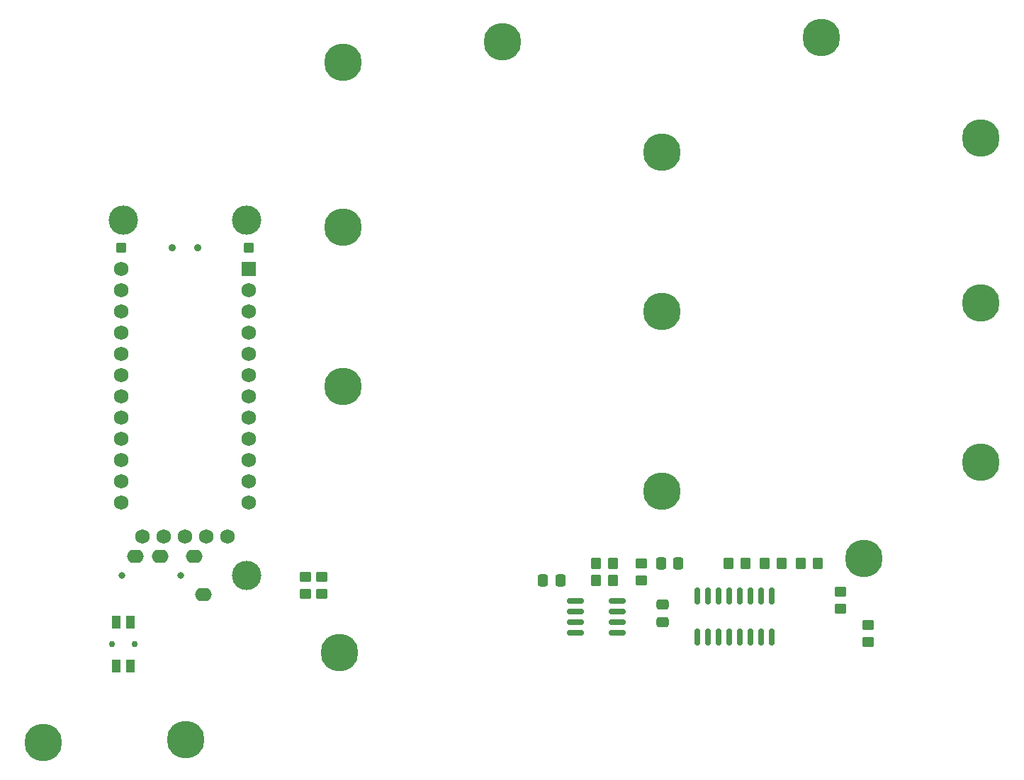
<source format=gts>
%TF.GenerationSoftware,KiCad,Pcbnew,7.0.5*%
%TF.CreationDate,2023-10-28T19:32:45+05:30*%
%TF.ProjectId,tako_right,74616b6f-5f72-4696-9768-742e6b696361,rev?*%
%TF.SameCoordinates,Original*%
%TF.FileFunction,Soldermask,Top*%
%TF.FilePolarity,Negative*%
%FSLAX46Y46*%
G04 Gerber Fmt 4.6, Leading zero omitted, Abs format (unit mm)*
G04 Created by KiCad (PCBNEW 7.0.5) date 2023-10-28 19:32:45*
%MOMM*%
%LPD*%
G01*
G04 APERTURE LIST*
G04 Aperture macros list*
%AMRoundRect*
0 Rectangle with rounded corners*
0 $1 Rounding radius*
0 $2 $3 $4 $5 $6 $7 $8 $9 X,Y pos of 4 corners*
0 Add a 4 corners polygon primitive as box body*
4,1,4,$2,$3,$4,$5,$6,$7,$8,$9,$2,$3,0*
0 Add four circle primitives for the rounded corners*
1,1,$1+$1,$2,$3*
1,1,$1+$1,$4,$5*
1,1,$1+$1,$6,$7*
1,1,$1+$1,$8,$9*
0 Add four rect primitives between the rounded corners*
20,1,$1+$1,$2,$3,$4,$5,0*
20,1,$1+$1,$4,$5,$6,$7,0*
20,1,$1+$1,$6,$7,$8,$9,0*
20,1,$1+$1,$8,$9,$2,$3,0*%
G04 Aperture macros list end*
%ADD10RoundRect,0.312500X-0.312500X-0.312500X0.312500X-0.312500X0.312500X0.312500X-0.312500X0.312500X0*%
%ADD11C,4.500000*%
%ADD12RoundRect,0.250000X0.350000X0.450000X-0.350000X0.450000X-0.350000X-0.450000X0.350000X-0.450000X0*%
%ADD13RoundRect,0.250000X-0.350000X-0.450000X0.350000X-0.450000X0.350000X0.450000X-0.350000X0.450000X0*%
%ADD14RoundRect,0.150000X0.825000X0.150000X-0.825000X0.150000X-0.825000X-0.150000X0.825000X-0.150000X0*%
%ADD15C,3.500000*%
%ADD16RoundRect,0.250000X0.450000X-0.350000X0.450000X0.350000X-0.450000X0.350000X-0.450000X-0.350000X0*%
%ADD17RoundRect,0.250000X0.475000X-0.337500X0.475000X0.337500X-0.475000X0.337500X-0.475000X-0.337500X0*%
%ADD18RoundRect,0.312500X0.312500X0.312500X-0.312500X0.312500X-0.312500X-0.312500X0.312500X-0.312500X0*%
%ADD19C,1.752600*%
%ADD20RoundRect,0.250000X0.337500X0.475000X-0.337500X0.475000X-0.337500X-0.475000X0.337500X-0.475000X0*%
%ADD21RoundRect,0.250000X-0.337500X-0.475000X0.337500X-0.475000X0.337500X0.475000X-0.337500X0.475000X0*%
%ADD22C,0.800000*%
%ADD23O,2.000000X1.600000*%
%ADD24C,0.750000*%
%ADD25R,1.000000X1.550000*%
%ADD26RoundRect,0.150000X-0.150000X0.825000X-0.150000X-0.825000X0.150000X-0.825000X0.150000X0.825000X0*%
%ADD27RoundRect,0.250000X-0.450000X0.350000X-0.450000X-0.350000X0.450000X-0.350000X0.450000X0.350000X0*%
%ADD28C,0.900000*%
%ADD29R,1.752600X1.752600*%
G04 APERTURE END LIST*
D10*
%TO.C,BAT_HOLE-101*%
X38155480Y-57819423D03*
%TD*%
D11*
%TO.C,H103*%
X140906339Y-83435489D03*
%TD*%
D12*
%TO.C,JP101*%
X96923373Y-95592136D03*
X94923373Y-95592136D03*
%TD*%
D13*
%TO.C,R107*%
X110741405Y-95592136D03*
X112741405Y-95592136D03*
%TD*%
D11*
%TO.C,H102*%
X140906350Y-64385490D03*
%TD*%
D14*
%TO.C,U103*%
X97398371Y-103842135D03*
X97398371Y-102572135D03*
X97398371Y-101302135D03*
X97398371Y-100032135D03*
X92448371Y-100032135D03*
X92448371Y-101302135D03*
X92448371Y-102572135D03*
X92448371Y-103842135D03*
%TD*%
D11*
%TO.C,H18*%
X45829990Y-116671093D03*
%TD*%
D13*
%TO.C,R109*%
X115057340Y-95592136D03*
X117057340Y-95592136D03*
%TD*%
D11*
%TO.C,H110*%
X64706339Y-35666056D03*
%TD*%
D15*
%TO.C,H115*%
X53181889Y-54480531D03*
%TD*%
D11*
%TO.C,H108*%
X102806338Y-86959989D03*
%TD*%
D16*
%TO.C,R105*%
X127410896Y-104957579D03*
X127410896Y-102957579D03*
%TD*%
D12*
%TO.C,R110*%
X96923372Y-97592136D03*
X94923372Y-97592136D03*
%TD*%
D17*
%TO.C,C102*%
X102839547Y-102579634D03*
X102839547Y-100504634D03*
%TD*%
D11*
%TO.C,H105*%
X126906338Y-94960499D03*
%TD*%
%TO.C,H112*%
X64706342Y-74434994D03*
%TD*%
D13*
%TO.C,R108*%
X119373278Y-95592134D03*
X121373278Y-95592134D03*
%TD*%
D11*
%TO.C,H113*%
X64247990Y-106243093D03*
%TD*%
D15*
%TO.C,H116*%
X38400564Y-54480077D03*
%TD*%
D11*
%TO.C,H104*%
X121856340Y-32666056D03*
%TD*%
%TO.C,H107*%
X102806347Y-65434996D03*
%TD*%
%TO.C,H114*%
X28851834Y-117014598D03*
%TD*%
D15*
%TO.C,H117*%
X53181888Y-97039423D03*
%TD*%
D16*
%TO.C,R111*%
X100323371Y-97592137D03*
X100323371Y-95592137D03*
%TD*%
D11*
%TO.C,H101*%
X140906345Y-44666058D03*
%TD*%
D18*
%TO.C,BAT_HOLE+101*%
X53428978Y-57819423D03*
%TD*%
D19*
%TO.C,DISP101*%
X40711557Y-92332635D03*
X43251557Y-92332635D03*
X45791557Y-92332635D03*
X48331557Y-92332635D03*
X50871557Y-92332635D03*
%TD*%
D20*
%TO.C,C101*%
X104723370Y-95592135D03*
X102648370Y-95592135D03*
%TD*%
D11*
%TO.C,H109*%
X83756337Y-33166058D03*
%TD*%
D21*
%TO.C,C103*%
X88552047Y-97592135D03*
X90627047Y-97592135D03*
%TD*%
D22*
%TO.C,J101*%
X38262468Y-97030596D03*
X45262468Y-97030596D03*
D23*
X47962468Y-99330596D03*
X39862468Y-94730596D03*
X42862468Y-94730596D03*
X46862468Y-94730596D03*
%TD*%
D24*
%TO.C,RSW101*%
X37062468Y-105230596D03*
X39812468Y-105230596D03*
D25*
X37587468Y-107855596D03*
X37587468Y-102605596D03*
X39287468Y-107855596D03*
X39287468Y-102605596D03*
%TD*%
D11*
%TO.C,H111*%
X64706336Y-55384996D03*
%TD*%
D26*
%TO.C,U102*%
X115868373Y-99462136D03*
X114598373Y-99462136D03*
X113328373Y-99462136D03*
X112058373Y-99462136D03*
X110788373Y-99462136D03*
X109518373Y-99462136D03*
X108248373Y-99462136D03*
X106978373Y-99462136D03*
X106978373Y-104412136D03*
X108248373Y-104412136D03*
X109518373Y-104412136D03*
X110788373Y-104412136D03*
X112058373Y-104412136D03*
X113328373Y-104412136D03*
X114598373Y-104412136D03*
X115868373Y-104412136D03*
%TD*%
D16*
%TO.C,R106*%
X124060895Y-100957580D03*
X124060895Y-98957580D03*
%TD*%
D27*
%TO.C,R104*%
X62158122Y-97216057D03*
X62158122Y-99216057D03*
%TD*%
%TO.C,R112*%
X60189965Y-97216057D03*
X60189965Y-99216057D03*
%TD*%
D11*
%TO.C,H106*%
X102806346Y-46384994D03*
%TD*%
D28*
%TO.C,PSW101*%
X44291307Y-57812135D03*
X47291307Y-57812135D03*
%TD*%
D29*
%TO.C,U101*%
X53411311Y-60373658D03*
D19*
X53411311Y-62913658D03*
X53411311Y-65453658D03*
X53411311Y-67993658D03*
X53411311Y-70533658D03*
X53411311Y-73073658D03*
X53411311Y-75613658D03*
X53411311Y-78153658D03*
X53411311Y-80693658D03*
X53411311Y-83233658D03*
X53411311Y-85773658D03*
X53411311Y-88313658D03*
X38171311Y-88313658D03*
X38171311Y-85773658D03*
X38171311Y-83233658D03*
X38171311Y-80693658D03*
X38171311Y-78153658D03*
X38171311Y-75613658D03*
X38171311Y-73073658D03*
X38171311Y-70533658D03*
X38171311Y-67993658D03*
X38171311Y-65453658D03*
X38171311Y-62913658D03*
X38171311Y-60373658D03*
%TD*%
M02*

</source>
